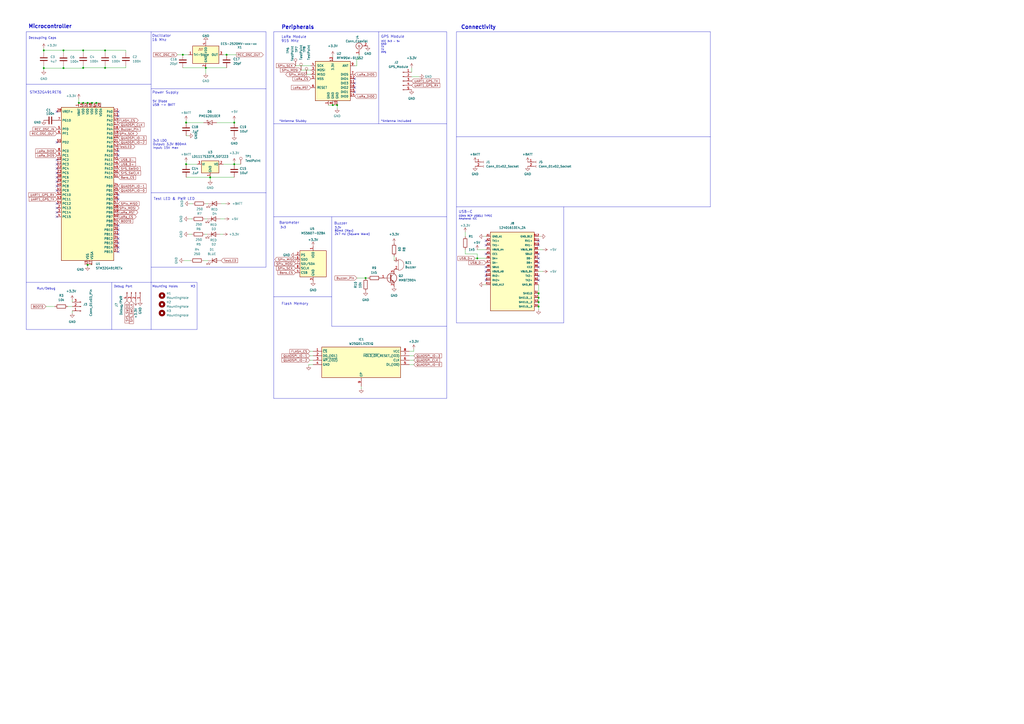
<source format=kicad_sch>
(kicad_sch (version 20250114) (generator "eeschema") (generator_version "9.0")
  (paper "A2")
  (lib_symbols
    (symbol "Connector:Conn_01x02_Socket" (pin_names (offset 1.016) (hide yes))
      (property "Reference" "J" (at 0 2.54 0))
      (property "Value" "Conn_01x02_Socket" (at 0 -5.08 0))
      (symbol "Conn_01x02_Socket_1_1"
        (pin passive line (at -5.08 0 0) (length 3.81) (name "Pin_1") (number "1"))
        (pin passive line (at -5.08 -2.54 0) (length 3.81) (name "Pin_2") (number "2"))
      )
    )
    (symbol "Connector:Conn_01x03_Pin" (pin_names (offset 1.016) (hide yes))
      (property "Reference" "J" (at 0 5.08 0))
      (property "Value" "Conn_01x03_Pin" (at 0 -5.08 0))
      (symbol "Conn_01x03_Pin_1_1"
        (pin passive line (at 5.08 2.54 180) (length 3.81) (name "Pin_1") (number "1"))
        (pin passive line (at 5.08 0 180) (length 3.81) (name "Pin_2") (number "2"))
        (pin passive line (at 5.08 -2.54 180) (length 3.81) (name "Pin_3") (number "3"))
      )
    )
    (symbol "Connector:Conn_01x04_Pin" (pin_names (offset 1.016) (hide yes))
      (property "Reference" "J" (at 0 5.08 0))
      (property "Value" "Conn_01x04_Pin" (at 0 -7.62 0))
      (symbol "Conn_01x04_Pin_1_1"
        (pin passive line (at 5.08 2.54 180) (length 3.81) (name "Pin_1") (number "1"))
        (pin passive line (at 5.08 0 180) (length 3.81) (name "Pin_2") (number "2"))
        (pin passive line (at 5.08 -2.54 180) (length 3.81) (name "Pin_3") (number "3"))
        (pin passive line (at 5.08 -5.08 180) (length 3.81) (name "Pin_4") (number "4"))
      )
    )
    (symbol "Connector:Conn_01x05_Pin" (pin_names (offset 1.016) (hide yes))
      (property "Reference" "J" (at 0 7.62 0))
      (property "Value" "Conn_01x05_Pin" (at 0 -7.62 0))
      (symbol "Conn_01x05_Pin_1_1"
        (pin passive line (at 5.08 5.08 180) (length 3.81) (name "Pin_1") (number "1"))
        (pin passive line (at 5.08 2.54 180) (length 3.81) (name "Pin_2") (number "2"))
        (pin passive line (at 5.08 0 180) (length 3.81) (name "Pin_3") (number "3"))
        (pin passive line (at 5.08 -2.54 180) (length 3.81) (name "Pin_4") (number "4"))
        (pin passive line (at 5.08 -5.08 180) (length 3.81) (name "Pin_5") (number "5"))
      )
    )
    (symbol "Connector:Conn_Coaxial" (pin_names (offset 1.016) (hide yes))
      (property "Reference" "J" (at 0.254 3.048 0))
      (property "Value" "Conn_Coaxial" (at 2.921 0 90))
      (symbol "Conn_Coaxial_1_1"
        (pin passive line (at -5.08 0 0) (length 2.54) (name "In") (number "1"))
        (pin passive line (at 0 -5.08 90) (length 2.54) (name "Ext") (number "2"))
      )
    )
    (symbol "Connector:TestPoint" (pin_numbers (hide yes)) (pin_names (offset 0.762) (hide yes))
      (property "Reference" "TP" (at 0 6.858 0))
      (property "Value" "TestPoint" (at 0 5.08 0))
      (symbol "TestPoint_1_1"
        (pin passive line (at 0 0 90) (length 2.54) (name "1") (number "1"))
      )
    )
    (symbol "Device:Buzzer" (pin_names (offset 0.0254) (hide yes))
      (property "Reference" "BZ" (at 3.81 1.27 0))
      (property "Value" "Buzzer" (at 3.81 -1.27 0))
      (symbol "Buzzer_1_1"
        (pin passive line (at -2.54 2.54 0) (length 2.54) (name "+") (number "1"))
        (pin passive line (at -2.54 -2.54 0) (length 2.54) (name "-") (number "2"))
      )
    )
    (symbol "Device:C" (pin_numbers (hide yes)) (pin_names (offset 0.254))
      (property "Reference" "C" (at 0.635 2.54 0))
      (property "Value" "C" (at 0.635 -2.54 0))
      (symbol "C_1_1"
        (pin passive line (at 0 3.81 270) (length 2.794) (name "~") (number "1"))
        (pin passive line (at 0 -3.81 90) (length 2.794) (name "~") (number "2"))
      )
    )
    (symbol "Device:LED" (pin_numbers (hide yes)) (pin_names (offset 1.016) (hide yes))
      (property "Reference" "D" (at 0 2.54 0))
      (property "Value" "LED" (at 0 -2.54 0))
      (symbol "LED_1_1"
        (pin passive line (at -3.81 0 0) (length 2.54) (name "K") (number "1"))
        (pin passive line (at 3.81 0 180) (length 2.54) (name "A") (number "2"))
      )
    )
    (symbol "Device:R" (pin_numbers (hide yes)) (pin_names (offset 0))
      (property "Reference" "R" (at 2.032 0 90))
      (property "Value" "R" (at 0 0 90))
      (symbol "R_1_1"
        (pin passive line (at 0 3.81 270) (length 1.27) (name "~") (number "1"))
        (pin passive line (at 0 -3.81 90) (length 1.27) (name "~") (number "2"))
      )
    )
    (symbol "Diode:PMEG2010ER" (pin_numbers (hide yes)) (pin_names (hide yes))
      (property "Reference" "D" (at 0 2.54 0))
      (property "Value" "PMEG2010ER" (at 0 -2.54 0))
      (symbol "PMEG2010ER_1_1"
        (pin passive line (at -3.81 0 0) (length 2.54) (name "K") (number "1"))
        (pin passive line (at 3.81 0 180) (length 2.54) (name "A") (number "2"))
      )
    )
    (symbol "MCU_ST_STM32G4:STM32G491RETx"
      (property "Reference" "U" (at -15.24 46.99 0))
      (property "Value" "STM32G491RETx" (at 10.16 46.99 0))
      (symbol "STM32G491RETx_1_1"
        (pin input line (at -17.78 43.18 0) (length 2.54) (name "VREF+") (number "28"))
        (pin bidirectional line (at -17.78 38.1 0) (length 2.54) (name "PG10") (number "7"))
        (pin bidirectional line (at -17.78 33.02 0) (length 2.54) (name "PF0") (number "5"))
        (pin bidirectional line (at -17.78 30.48 0) (length 2.54) (name "PF1") (number "6"))
        (pin bidirectional line (at -17.78 25.4 0) (length 2.54) (name "PD2") (number "55"))
        (pin bidirectional line (at -17.78 20.32 0) (length 2.54) (name "PC0") (number "8"))
        (pin bidirectional line (at -17.78 17.78 0) (length 2.54) (name "PC1") (number "9"))
        (pin bidirectional line (at -17.78 15.24 0) (length 2.54) (name "PC2") (number "10"))
        (pin bidirectional line (at -17.78 12.7 0) (length 2.54) (name "PC3") (number "11"))
        (pin bidirectional line (at -17.78 10.16 0) (length 2.54) (name "PC4") (number "22"))
        (pin bidirectional line (at -17.78 7.62 0) (length 2.54) (name "PC5") (number "23"))
        (pin bidirectional line (at -17.78 5.08 0) (length 2.54) (name "PC6") (number "38"))
        (pin bidirectional line (at -17.78 2.54 0) (length 2.54) (name "PC7") (number "39"))
        (pin bidirectional line (at -17.78 0 0) (length 2.54) (name "PC8") (number "40"))
        (pin bidirectional line (at -17.78 -2.54 0) (length 2.54) (name "PC9") (number "41"))
        (pin bidirectional line (at -17.78 -5.08 0) (length 2.54) (name "PC10") (number "52"))
        (pin bidirectional line (at -17.78 -7.62 0) (length 2.54) (name "PC11") (number "53"))
        (pin bidirectional line (at -17.78 -10.16 0) (length 2.54) (name "PC12") (number "54"))
        (pin bidirectional line (at -17.78 -12.7 0) (length 2.54) (name "PC13") (number "2"))
        (pin bidirectional line (at -17.78 -15.24 0) (length 2.54) (name "PC14") (number "3"))
        (pin bidirectional line (at -17.78 -17.78 0) (length 2.54) (name "PC15") (number "4"))
        (pin power_in line (at -5.08 48.26 270) (length 2.54) (name "VBAT") (number "1"))
        (pin power_in line (at -2.54 48.26 270) (length 2.54) (name "VDD") (number "16"))
        (pin power_in line (at 0 48.26 270) (length 2.54) (name "VDD") (number "32"))
        (pin power_in line (at 0 -45.72 90) (length 2.54) (name "VSS") (number "15"))
        (pin passive line (at 0 -45.72 90) (length 2.54) (hide yes) (name "VSS") (number "31"))
        (pin passive line (at 0 -45.72 90) (length 2.54) (hide yes) (name "VSS") (number "47"))
        (pin passive line (at 0 -45.72 90) (length 2.54) (hide yes) (name "VSS") (number "63"))
        (pin power_in line (at 2.54 48.26 270) (length 2.54) (name "VDD") (number "48"))
        (pin power_in line (at 2.54 -45.72 90) (length 2.54) (name "VSSA") (number "27"))
        (pin power_in line (at 5.08 48.26 270) (length 2.54) (name "VDD") (number "64"))
        (pin power_in line (at 7.62 48.26 270) (length 2.54) (name "VDDA") (number "29"))
        (pin bidirectional line (at 17.78 43.18 180) (length 2.54) (name "PA0") (number "12"))
        (pin bidirectional line (at 17.78 40.64 180) (length 2.54) (name "PA1") (number "13"))
        (pin bidirectional line (at 17.78 38.1 180) (length 2.54) (name "PA2") (number "14"))
        (pin bidirectional line (at 17.78 35.56 180) (length 2.54) (name "PA3") (number "17"))
        (pin bidirectional line (at 17.78 33.02 180) (length 2.54) (name "PA4") (number "18"))
        (pin bidirectional line (at 17.78 30.48 180) (length 2.54) (name "PA5") (number "19"))
        (pin bidirectional line (at 17.78 27.94 180) (length 2.54) (name "PA6") (number "20"))
        (pin bidirectional line (at 17.78 25.4 180) (length 2.54) (name "PA7") (number "21"))
        (pin bidirectional line (at 17.78 22.86 180) (length 2.54) (name "PA8") (number "42"))
        (pin bidirectional line (at 17.78 20.32 180) (length 2.54) (name "PA9") (number "43"))
        (pin bidirectional line (at 17.78 17.78 180) (length 2.54) (name "PA10") (number "44"))
        (pin bidirectional line (at 17.78 15.24 180) (length 2.54) (name "PA11") (number "45"))
        (pin bidirectional line (at 17.78 12.7 180) (length 2.54) (name "PA12") (number "46"))
        (pin bidirectional line (at 17.78 10.16 180) (length 2.54) (name "PA13") (number "49"))
        (pin bidirectional line (at 17.78 7.62 180) (length 2.54) (name "PA14") (number "50"))
        (pin bidirectional line (at 17.78 5.08 180) (length 2.54) (name "PA15") (number "51"))
        (pin bidirectional line (at 17.78 0 180) (length 2.54) (name "PB0") (number "24"))
        (pin bidirectional line (at 17.78 -2.54 180) (length 2.54) (name "PB1") (number "25"))
        (pin bidirectional line (at 17.78 -5.08 180) (length 2.54) (name "PB2") (number "26"))
        (pin bidirectional line (at 17.78 -7.62 180) (length 2.54) (name "PB3") (number "56"))
        (pin bidirectional line (at 17.78 -10.16 180) (length 2.54) (name "PB4") (number "57"))
        (pin bidirectional line (at 17.78 -12.7 180) (length 2.54) (name "PB5") (number "58"))
        (pin bidirectional line (at 17.78 -15.24 180) (length 2.54) (name "PB6") (number "59"))
        (pin bidirectional line (at 17.78 -17.78 180) (length 2.54) (name "PB7") (number "60"))
        (pin bidirectional line (at 17.78 -20.32 180) (length 2.54) (name "PB8") (number "61"))
        (pin bidirectional line (at 17.78 -22.86 180) (length 2.54) (name "PB9") (number "62"))
        (pin bidirectional line (at 17.78 -25.4 180) (length 2.54) (name "PB10") (number "30"))
        (pin bidirectional line (at 17.78 -27.94 180) (length 2.54) (name "PB11") (number "33"))
        (pin bidirectional line (at 17.78 -30.48 180) (length 2.54) (name "PB12") (number "34"))
        (pin bidirectional line (at 17.78 -33.02 180) (length 2.54) (name "PB13") (number "35"))
        (pin bidirectional line (at 17.78 -35.56 180) (length 2.54) (name "PB14") (number "36"))
        (pin bidirectional line (at 17.78 -38.1 180) (length 2.54) (name "PB15") (number "37"))
      )
    )
    (symbol "Mechanical:MountingHole" (pin_names (offset 1.016))
      (property "Reference" "H" (at 0 5.08 0))
      (property "Value" "MountingHole" (at 0 3.175 0))
    )
    (symbol "Oscillator:ECS-2520MV-xxx-xx"
      (property "Reference" "X" (at -5.08 6.35 0))
      (property "Value" "ECS-2520MV-xxx-xx" (at 1.27 -6.35 0))
      (symbol "ECS-2520MV-xxx-xx_1_1"
        (pin input line (at -10.16 0 0) (length 2.54) (name "Tri-State") (number "1"))
        (pin power_in line (at 0 7.62 270) (length 2.54) (name "VDD") (number "4"))
        (pin power_in line (at 0 -7.62 90) (length 2.54) (name "GND") (number "2"))
        (pin output line (at 10.16 0 180) (length 2.54) (name "OUT") (number "3"))
      )
    )
    (symbol "RF_Module:RFM95W-915S2" (pin_names (offset 1.016))
      (property "Reference" "U" (at -10.414 11.684 0))
      (property "Value" "RFM95W-915S2" (at 1.524 11.43 0))
      (symbol "RFM95W-915S2_1_1"
        (pin input line (at -12.7 7.62 0) (length 2.54) (name "SCK") (number "4"))
        (pin input line (at -12.7 5.08 0) (length 2.54) (name "MOSI") (number "3"))
        (pin output line (at -12.7 2.54 0) (length 2.54) (name "MISO") (number "2"))
        (pin input line (at -12.7 0 0) (length 2.54) (name "NSS") (number "5"))
        (pin bidirectional line (at -12.7 -5.08 0) (length 2.54) (name "RESET") (number "6"))
        (pin power_in line (at -2.54 -15.24 90) (length 2.54) (name "GND") (number "1"))
        (pin power_in line (at 0 12.7 270) (length 2.54) (name "3.3V") (number "13"))
        (pin power_in line (at 0 -15.24 90) (length 2.54) (name "GND") (number "8"))
        (pin power_in line (at 2.54 -15.24 90) (length 2.54) (name "GND") (number "10"))
        (pin bidirectional line (at 12.7 7.62 180) (length 2.54) (name "ANT") (number "9"))
        (pin bidirectional line (at 12.7 2.54 180) (length 2.54) (name "DIO5") (number "7"))
        (pin bidirectional line (at 12.7 0 180) (length 2.54) (name "DIO4") (number "12"))
        (pin bidirectional line (at 12.7 -2.54 180) (length 2.54) (name "DIO3") (number "11"))
        (pin bidirectional line (at 12.7 -5.08 180) (length 2.54) (name "DIO2") (number "16"))
        (pin bidirectional line (at 12.7 -7.62 180) (length 2.54) (name "DIO1") (number "15"))
        (pin bidirectional line (at 12.7 -10.16 180) (length 2.54) (name "DIO0") (number "14"))
      )
    )
    (symbol "Regulator_Linear:LD1117S33TR_SOT223" (pin_names (offset 0.254))
      (property "Reference" "U" (at -3.81 3.175 0))
      (property "Value" "LD1117S33TR_SOT223" (at 0 3.175 0))
      (symbol "LD1117S33TR_SOT223_1_1"
        (pin power_in line (at -7.62 0 0) (length 2.54) (name "VI") (number "3"))
        (pin power_in line (at 0 -7.62 90) (length 2.54) (name "GND") (number "1"))
        (pin power_out line (at 7.62 0 180) (length 2.54) (name "VO") (number "2"))
      )
    )
    (symbol "Sensor_Pressure:MS5607-02BA"
      (property "Reference" "U" (at -6.35 8.89 0))
      (property "Value" "MS5607-02BA" (at 7.62 8.89 0))
      (symbol "MS5607-02BA_1_1"
        (pin input line (at -10.16 5.08 0) (length 2.54) (name "PS") (number "2"))
        (pin output line (at -10.16 2.54 0) (length 2.54) (name "SDO") (number "6"))
        (pin bidirectional line (at -10.16 0 0) (length 2.54) (name "SDI/SDA") (number "7"))
        (pin input line (at -10.16 -2.54 0) (length 2.54) (name "SCLK") (number "8"))
        (pin input line (at -10.16 -5.08 0) (length 2.54) (name "CSB") (number "4"))
        (pin input line (at -10.16 -5.08 0) (length 2.54) (hide yes) (name "CSB") (number "5"))
        (pin power_in line (at 0 10.16 270) (length 2.54) (name "VDD") (number "1"))
        (pin power_in line (at 0 -10.16 90) (length 2.54) (name "GND") (number "3"))
      )
    )
    (symbol "Transistor_BJT:MMBT3904" (pin_names (offset 0) (hide yes))
      (property "Reference" "Q" (at 5.08 1.905 0))
      (property "Value" "MMBT3904" (at 5.08 0 0))
      (symbol "MMBT3904_1_1"
        (pin input line (at -5.08 0 0) (length 2.54) (name "B") (number "1"))
        (pin passive line (at 2.54 5.08 270) (length 2.54) (name "C") (number "3"))
        (pin passive line (at 2.54 -5.08 90) (length 2.54) (name "E") (number "2"))
      )
    )
    (symbol "USB_C_Hori_3:12401610E4_2A" (pin_names (offset 1.016))
      (property "Reference" "J" (at -12.7123 18.3032 0))
      (property "Value" "12401610E4_2A" (at -12.7189 -30.5102 0))
      (symbol "12401610E4_2A_0_0"
        (pin passive line (at -15.24 15.24 0) (length 2.54) (name "GND_A1") (number "A1"))
        (pin passive line (at -15.24 12.7 0) (length 2.54) (name "TX1+") (number "A2"))
        (pin passive line (at -15.24 10.16 0) (length 2.54) (name "TX1-") (number "A3"))
        (pin passive line (at -15.24 7.62 0) (length 2.54) (name "VBUS_A4") (number "A4"))
        (pin passive line (at -15.24 5.08 0) (length 2.54) (name "CC1") (number "A5"))
        (pin passive line (at -15.24 2.54 0) (length 2.54) (name "DA+") (number "A6"))
        (pin passive line (at -15.24 0 0) (length 2.54) (name "DA-") (number "A7"))
        (pin passive line (at -15.24 -2.54 0) (length 2.54) (name "SBU1") (number "A8"))
        (pin passive line (at -15.24 -5.08 0) (length 2.54) (name "VBUS_A9") (number "A9"))
        (pin passive line (at -15.24 -7.62 0) (length 2.54) (name "RX2-") (number "A10"))
        (pin passive line (at -15.24 -10.16 0) (length 2.54) (name "RX2+") (number "A11"))
        (pin passive line (at -15.24 -12.7 0) (length 2.54) (name "GND_A12") (number "A12"))
        (pin passive line (at 15.24 15.24 180) (length 2.54) (name "GND_B12") (number "B12"))
        (pin passive line (at 15.24 12.7 180) (length 2.54) (name "RX1+") (number "B11"))
        (pin passive line (at 15.24 10.16 180) (length 2.54) (name "RX1-") (number "B10"))
        (pin passive line (at 15.24 7.62 180) (length 2.54) (name "VBUS_B9") (number "B9"))
        (pin passive line (at 15.24 5.08 180) (length 2.54) (name "SBU2") (number "B8"))
        (pin passive line (at 15.24 2.54 180) (length 2.54) (name "DB-") (number "B7"))
        (pin passive line (at 15.24 0 180) (length 2.54) (name "DB+") (number "B6"))
        (pin passive line (at 15.24 -2.54 180) (length 2.54) (name "CC2") (number "B5"))
        (pin passive line (at 15.24 -5.08 180) (length 2.54) (name "VBUS_B4") (number "B4"))
        (pin passive line (at 15.24 -7.62 180) (length 2.54) (name "TX2-") (number "B3"))
        (pin passive line (at 15.24 -10.16 180) (length 2.54) (name "TX2+") (number "B2"))
        (pin passive line (at 15.24 -12.7 180) (length 2.54) (name "GND_B1") (number "B1"))
        (pin passive line (at 15.24 -17.78 180) (length 2.54) (name "SHIELD") (number "S1"))
        (pin passive line (at 15.24 -20.32 180) (length 2.54) (name "SHIELD__1") (number "S2"))
        (pin passive line (at 15.24 -22.86 180) (length 2.54) (name "SHIELD__2") (number "S3"))
        (pin passive line (at 15.24 -25.4 180) (length 2.54) (name "SHIELD__3") (number "S4"))
      )
    )
    (symbol "W25Q01JVZEIQ:W25Q01JVZEIQ"
      (property "Reference" "IC" (at 52.07 7.62 0))
      (property "Value" "W25Q01JVZEIQ" (at 52.07 5.08 0))
      (symbol "W25Q01JVZEIQ_1_1"
        (pin passive line (at 0 0 0) (length 5.08) (name "~{CS}") (number "1"))
        (pin passive line (at 0 -2.54 0) (length 5.08) (name "DO_(IO1)") (number "2"))
        (pin passive line (at 0 -5.08 0) (length 5.08) (name "~{WP_(IO2)}") (number "3"))
        (pin passive line (at 0 -7.62 0) (length 5.08) (name "GND") (number "4"))
        (pin passive line (at 27.94 -20.32 90) (length 5.08) (name "EP") (number "9"))
        (pin passive line (at 55.88 0 180) (length 5.08) (name "VCC") (number "8"))
        (pin passive line (at 55.88 -2.54 180) (length 5.08) (name "~{HOLD_OR_}RESET_(IO3)") (number "7"))
        (pin passive line (at 55.88 -5.08 180) (length 5.08) (name "CLK") (number "6"))
        (pin passive line (at 55.88 -7.62 180) (length 5.08) (name "DI_(IO0)") (number "5"))
      )
    )
    (symbol "power:+3.3V" (power) (pin_names (offset 0))
      (property "Value" "+3.3V" (at 0 3.556 0))
      (symbol "+3.3V_1_1"
        (pin power_in line (at 0 0 90) (length 0) (hide yes) (name "+3.3V") (number "1"))
      )
    )
    (symbol "power:+5V" (power) (pin_numbers (hide yes)) (pin_names (offset 0) (hide yes))
      (property "Value" "+5V" (at 0 3.556 0))
      (symbol "+5V_1_1"
        (pin power_in line (at 0 0 90) (length 0) (name "~") (number "1"))
      )
    )
    (symbol "power:+BATT" (power) (pin_names (offset 0))
      (property "Value" "+BATT" (at 0 3.556 0))
      (symbol "+BATT_1_1"
        (pin power_in line (at 0 0 90) (length 0) (hide yes) (name "+BATT") (number "1"))
      )
    )
    (symbol "power:GND" (power) (pin_names (offset 0))
      (property "Value" "GND" (at 0 -3.81 0))
      (symbol "GND_1_1"
        (pin power_in line (at 0 0 270) (length 0) (hide yes) (name "GND") (number "1"))
      )
    )
  )
  (text "Mounting Holes" (at 88.265 167.005 0) (effects (font (size 1.27 1.27)) (justify left bottom)))
  (text "Flash Memory\n" (at 163.195 177.165 0) (effects (font (size 1.5 1.5)) (justify left bottom)))
  (text "LoRa Module\n915 MHz" (at 163.195 24.765 0) (effects (font (size 1.5 1.5)) (justify left bottom)))
  (text "Connectivity" (at 267.335 17.145 0) (effects (font (size 2.2 2.2) (thickness 0.4) (bold yes)) (justify left bottom)))
  (text "Buzzer" (at 193.802 130.556 0) (effects (font (size 1.5 1.5)) (justify left bottom)))
  (text "3v3 LDO\nOutput: 3.3V 800mA\nInput: 15V max\n" (at 88.646 86.614 0) (effects (font (size 1.27 1.27)) (justify left bottom)))
  (text "M3" (at 110.49 167.005 0) (effects (font (size 1.25 1.25)) (justify left bottom)))
  (text "Power Supply" (at 88.265 54.61 0) (effects (font (size 1.5 1.5)) (justify left bottom)))
  (text "GPS Module\n" (at 220.98 22.225 0) (effects (font (size 1.5 1.5)) (justify left bottom)))
  (text "Decoupling Caps \n" (at 16.51 22.86 0) (effects (font (size 1.27 1.27)) (justify left bottom)))
  (text "Run/Debug" (at 21.336 168.275 0) (effects (font (size 1.27 1.27)) (justify left bottom)))
  (text "*Antenna Stubby" (at 161.925 71.12 0) (effects (font (size 1.27 1.27)) (justify left bottom)))
  (text "STM32G491RET6" (at 17.145 54.61 0) (effects (font (size 1.5 1.5)) (justify left bottom)))
  (text "Test LED & PWR LED" (at 89.027 116.332 0) (effects (font (size 1.5 1.5)) (justify left bottom)))
  (text "Debug Port" (at 66.04 167.005 0) (effects (font (size 1.25 1.25)) (justify left bottom)))
  (text "*Antenna Included" (at 220.98 71.12 0) (effects (font (size 1.27 1.27)) (justify left bottom)))
  (text "5V Diode\nUSB -> BATT\n" (at 88.392 61.722 0) (effects (font (size 1.27 1.27)) (justify left bottom)))
  (text "Oscillator\n16 Mhz" (at 88.138 24.13 0) (effects (font (size 1.5 1.5)) (justify left bottom)))
  (text "Peripherals" (at 163.195 17.145 0) (effects (font (size 2.2 2.2) (thickness 0.4) (bold yes)) (justify left bottom)))
  (text "3v3" (at 162.56 132.715 0) (effects (font (size 1.2 1.2)) (justify left bottom)))
  (text "CONN RCP USB3.1 TYPEC\nAmphenol ICC\n" (at 266.065 127.635 0) (effects (font (size 1 1)) (justify left bottom)))
  (text "USB-C\n" (at 266.065 123.825 0) (effects (font (size 1.5 1.5)) (justify left bottom)))
  (text "VCC 3v3 - 5v\nGND\nTX\nTX\nPPS" (at 220.98 31.115 0) (effects (font (size 1 1)) (justify left bottom)))
  (text "3.3v\n80mA (Max)\n2k7 Hz (Square Wave)\n" (at 194.056 136.652 0) (effects (font (size 1.2 1.2)) (justify left bottom)))
  (text "Microcontroller" (at 16.4084 16.6624 0) (effects (font (size 2.2 2.2) (thickness 0.4) (bold yes)) (justify left bottom)))
  (text "Barometer\n" (at 161.925 130.175 0) (effects (font (size 1.5 1.5)) (justify left bottom)))
  (junction (at 312.42 172.72))
  (junction (at 195.58 60.96))
  (junction (at 25.4 29.21))
  (junction (at 135.89 71.12))
  (junction (at 48.26 59.69))
  (junction (at 107.95 95.25))
  (junction (at 53.34 59.69))
  (junction (at 48.26 39.37))
  (junction (at 50.8 59.69))
  (junction (at 106.045 31.75))
  (junction (at 193.04 60.96))
  (junction (at 36.83 39.497))
  (junction (at 312.42 177.8))
  (junction (at 107.95 71.12))
  (junction (at 55.88 59.69))
  (junction (at 131.445 31.75))
  (junction (at 212.09 161.29))
  (junction (at 48.26 29.21))
  (junction (at 25.4 39.497))
  (junction (at 36.83 29.21))
  (junction (at 60.96 29.21))
  (junction (at 312.42 175.26))
  (junction (at 60.96 39.37))
  (junction (at 50.8 153.67))
  (junction (at 45.72 59.69))
  (junction (at 276.86 149.86))
  (junction (at 312.42 170.18))
  (junction (at 121.92 102.87))
  (junction (at 119.38 39.37))
  (junction (at 135.89 95.25))
  (no_connect (at 281.94 147.32))
  (no_connect (at 281.94 160.02))
  (no_connect (at 68.58 87.63))
  (no_connect (at 312.42 162.56))
  (no_connect (at 68.58 115.57))
  (no_connect (at 68.58 67.31))
  (no_connect (at 205.74 50.8))
  (no_connect (at 33.02 64.77))
  (no_connect (at 68.58 133.35))
  (no_connect (at 33.02 123.19))
  (no_connect (at 33.02 107.95))
  (no_connect (at 205.74 45.72))
  (no_connect (at 312.42 149.86))
  (no_connect (at 33.02 95.25))
  (no_connect (at 205.74 48.26))
  (no_connect (at 33.02 102.87))
  (no_connect (at 68.58 113.03))
  (no_connect (at 281.94 142.24))
  (no_connect (at 68.58 146.05))
  (no_connect (at 281.94 157.48))
  (no_connect (at 33.02 120.65))
  (no_connect (at 33.02 118.11))
  (no_connect (at 312.42 154.94))
  (no_connect (at 33.02 110.49))
  (no_connect (at 281.94 154.94))
  (no_connect (at 33.02 92.71))
  (no_connect (at 68.58 138.43))
  (no_connect (at 33.02 105.41))
  (no_connect (at 312.42 152.4))
  (no_connect (at 312.42 142.24))
  (no_connect (at 33.02 100.33))
  (no_connect (at 312.42 147.32))
  (no_connect (at 205.74 53.34))
  (no_connect (at 68.58 140.97))
  (no_connect (at 68.58 90.17))
  (no_connect (at 312.42 160.02))
  (no_connect (at 312.42 139.7))
  (no_connect (at 33.02 125.73))
  (no_connect (at 68.58 130.81))
  (no_connect (at 33.02 82.55))
  (no_connect (at 281.94 139.7))
  (no_connect (at 68.58 143.51))
  (no_connect (at 68.58 64.77))
  (no_connect (at 33.02 97.79))
  (no_connect (at 68.58 135.89))
  (no_connect (at 281.94 162.56))
  (wire (pts (xy 127.762 127) (xy 130.302 127)))
  (wire (pts (xy 314.96 157.48) (xy 312.42 157.48)))
  (wire (pts (xy 207.01 161.29) (xy 212.09 161.29)))
  (wire (pts (xy 25.4 38.1) (xy 25.4 39.497)))
  (wire (pts (xy 179.705 208.915) (xy 181.61 208.915)))
  (wire (pts (xy 48.26 39.37) (xy 60.96 39.37)))
  (wire (pts (xy 48.26 59.69) (xy 50.8 59.69)))
  (wire (pts (xy 209.55 224.155) (xy 209.55 225.425)))
  (polyline (pts (xy 264.795 18.415) (xy 264.795 79.375)))
  (polyline (pts (xy 264.795 120.015) (xy 412.115 120.015)))
  (wire (pts (xy 48.26 29.21) (xy 60.96 29.21)))
  (polyline (pts (xy 259.08 231.14) (xy 158.75 231.14)))
  (wire (pts (xy 135.89 69.85) (xy 135.89 71.12)))
  (wire (pts (xy 39.37 177.8) (xy 41.91 177.8)))
  (polyline (pts (xy 264.795 120.015) (xy 264.795 187.325)))
  (wire (pts (xy 53.34 59.69) (xy 55.88 59.69)))
  (wire (pts (xy 179.07 211.455) (xy 179.07 212.09)))
  (wire (pts (xy 121.92 102.87) (xy 121.92 104.4956)))
  (polyline (pts (xy 87.63 18.415) (xy 87.63 163.83)))
  (wire (pts (xy 313.69 137.16) (xy 312.42 137.16)))
  (polyline (pts (xy 87.63 111.76) (xy 154.305 111.76)))
  (polyline (pts (xy 259.08 18.415) (xy 259.08 71.755)))
  (polyline (pts (xy 158.75 125.73) (xy 259.08 125.73)))
  (wire (pts (xy 177.8 43.18) (xy 180.34 43.18)))
  (wire (pts (xy 179.705 203.835) (xy 181.61 203.835)))
  (wire (pts (xy 190.5 60.96) (xy 193.04 60.96)))
  (wire (pts (xy 36.83 39.497) (xy 48.26 39.497)))
  (wire (pts (xy 135.89 94.4626) (xy 135.89 95.25)))
  (wire (pts (xy 243.205 44.45) (xy 238.76 44.45)))
  (wire (pts (xy 129.3876 135.89) (xy 127.762 135.89)))
  (wire (pts (xy 195.58 62.865) (xy 195.58 60.96)))
  (polyline (pts (xy 158.75 231.14) (xy 158.75 172.085)))
  (wire (pts (xy 25.4 40.64) (xy 25.4 39.497)))
  (wire (pts (xy 50.8 154.305) (xy 50.8 153.67)))
  (polyline (pts (xy 219.71 18.415) (xy 259.08 18.415)))
  (wire (pts (xy 276.86 144.78) (xy 281.94 144.78)))
  (wire (pts (xy 48.26 38.1) (xy 48.26 39.37)))
  (wire (pts (xy 109.22 78.74) (xy 107.95 78.74)))
  (wire (pts (xy 60.96 29.21) (xy 60.96 30.48)))
  (wire (pts (xy 276.86 147.32) (xy 276.86 149.86)))
  (wire (pts (xy 110.49 151.13) (xy 106.68 151.13)))
  (polyline (pts (xy 219.71 71.755) (xy 158.75 71.755)))
  (wire (pts (xy 240.03 203.835) (xy 237.49 203.835)))
  (wire (pts (xy 48.26 29.21) (xy 48.26 30.48)))
  (polyline (pts (xy 412.115 79.375) (xy 264.795 79.375)))
  (polyline (pts (xy 259.08 189.23) (xy 259.08 231.14)))
  (wire (pts (xy 107.95 95.25) (xy 114.3 95.25)))
  (wire (pts (xy 109.474 135.89) (xy 111.252 135.89)))
  (wire (pts (xy 312.42 165.1) (xy 312.42 170.18)))
  (polyline (pts (xy 154.305 51.435) (xy 87.63 51.435)))
  (wire (pts (xy 208.28 31.75) (xy 208.28 34.29)))
  (wire (pts (xy 45.72 57.15) (xy 45.72 59.69)))
  (polyline (pts (xy 259.08 71.755) (xy 219.71 71.755)))
  (polyline (pts (xy 114.3 191.135) (xy 114.3 163.83)))
  (polyline (pts (xy 192.405 172.085) (xy 192.405 125.73)))
  (polyline (pts (xy 87.63 163.83) (xy 87.63 191.135)))
  (wire (pts (xy 60.96 39.37) (xy 73.025 39.37)))
  (wire (pts (xy 102.87 31.75) (xy 106.045 31.75)))
  (wire (pts (xy 312.42 170.18) (xy 312.42 172.72)))
  (wire (pts (xy 228.6 148.59) (xy 228.6 151.13)))
  (wire (pts (xy 193.04 60.96) (xy 195.58 60.96)))
  (polyline (pts (xy 15.24 18.415) (xy 87.63 18.415)))
  (wire (pts (xy 106.045 31.75) (xy 109.22 31.75)))
  (polyline (pts (xy 87.63 163.83) (xy 15.24 163.83)))
  (wire (pts (xy 312.42 172.72) (xy 312.42 175.26)))
  (wire (pts (xy 25.4 27.94) (xy 25.4 29.21)))
  (wire (pts (xy 179.705 206.375) (xy 181.61 206.375)))
  (wire (pts (xy 207.01 38.1) (xy 205.74 38.1)))
  (wire (pts (xy 237.49 208.915) (xy 240.03 208.915)))
  (wire (pts (xy 312.42 175.26) (xy 312.42 177.8)))
  (wire (pts (xy 238.76 39.37) (xy 238.76 41.91)))
  (polyline (pts (xy 327.025 187.325) (xy 327.025 120.015)))
  (wire (pts (xy 135.89 95.25) (xy 139.7 95.25)))
  (wire (pts (xy 119.38 39.37) (xy 131.445 39.37)))
  (wire (pts (xy 128.27 118.11) (xy 130.81 118.11)))
  (polyline (pts (xy 259.08 125.73) (xy 259.08 189.23)))
  (wire (pts (xy 36.83 29.21) (xy 36.83 30.607)))
  (wire (pts (xy 314.96 144.78) (xy 312.42 144.78)))
  (polyline (pts (xy 158.75 71.755) (xy 158.75 125.73)))
  (polyline (pts (xy 87.63 18.415) (xy 154.305 18.415)))
  (wire (pts (xy 26.67 177.8) (xy 31.75 177.8)))
  (polyline (pts (xy 154.305 18.415) (xy 154.305 51.435)))
  (wire (pts (xy 118.872 127) (xy 120.142 127)))
  (wire (pts (xy 55.88 59.69) (xy 58.42 59.69)))
  (wire (pts (xy 60.96 29.21) (xy 73.025 29.21)))
  (wire (pts (xy 237.49 211.455) (xy 240.03 211.455)))
  (polyline (pts (xy 15.24 18.415) (xy 15.24 163.83)))
  (wire (pts (xy 269.875 147.32) (xy 276.86 147.32)))
  (polyline (pts (xy 158.75 71.755) (xy 158.75 18.415)))
  (wire (pts (xy 269.875 134.62) (xy 269.875 137.16)))
  (polyline (pts (xy 158.75 125.73) (xy 158.75 172.085)))
  (polyline (pts (xy 114.3 163.83) (xy 87.63 163.83)))
  (wire (pts (xy 269.875 144.78) (xy 269.875 147.32)))
  (wire (pts (xy 118.11 151.13) (xy 120.65 151.13)))
  (wire (pts (xy 276.86 149.86) (xy 281.94 149.86)))
  (polyline (pts (xy 192.405 189.23) (xy 192.405 172.085)))
  (wire (pts (xy 41.91 173.99) (xy 41.91 175.26)))
  (wire (pts (xy 107.95 71.12) (xy 107.95 69.85)))
  (wire (pts (xy 118.872 135.89) (xy 120.142 135.89)))
  (wire (pts (xy 109.474 127) (xy 111.252 127)))
  (polyline (pts (xy 412.115 120.015) (xy 412.115 79.375)))
  (polyline (pts (xy 259.08 189.23) (xy 192.405 189.23)))
  (polyline (pts (xy 158.75 18.415) (xy 219.71 18.415)))
  (wire (pts (xy 73.025 29.21) (xy 73.025 30.48)))
  (polyline (pts (xy 154.305 111.76) (xy 154.305 51.435)))
  (wire (pts (xy 109.982 118.11) (xy 111.76 118.11)))
  (wire (pts (xy 280.67 165.1) (xy 281.94 165.1)))
  (wire (pts (xy 45.72 59.69) (xy 48.26 59.69)))
  (wire (pts (xy 41.91 181.61) (xy 41.91 180.34)))
  (wire (pts (xy 106.045 39.37) (xy 119.38 39.37)))
  (wire (pts (xy 275.59 149.86) (xy 276.86 149.86)))
  (wire (pts (xy 50.8 153.67) (xy 53.34 153.67)))
  (polyline (pts (xy 15.24 163.83) (xy 15.24 191.135)))
  (polyline (pts (xy 219.71 18.415) (xy 219.71 71.755)))
  (wire (pts (xy 25.4 29.21) (xy 36.83 29.21)))
  (wire (pts (xy 107.95 71.12) (xy 118.11 71.12)))
  (polyline (pts (xy 264.795 79.375) (xy 264.795 120.015)))
  (wire (pts (xy 36.83 29.21) (xy 48.26 29.21)))
  (wire (pts (xy 73.025 39.37) (xy 73.025 38.1)))
  (wire (pts (xy 237.49 206.375) (xy 240.03 206.375)))
  (polyline (pts (xy 87.63 191.135) (xy 114.3 191.135)))
  (polyline (pts (xy 87.63 191.135) (xy 64.77 191.135)))
  (wire (pts (xy 119.38 42.545) (xy 119.38 39.37)))
  (polyline (pts (xy 412.115 18.415) (xy 412.115 79.375)))
  (polyline (pts (xy 64.77 191.135) (xy 64.77 163.83)))
  (wire (pts (xy 119.38 118.11) (xy 120.65 118.11)))
  (polyline (pts (xy 158.75 172.085) (xy 192.405 172.085)))
  (wire (pts (xy 36.83 38.227) (xy 36.83 39.497)))
  (wire (pts (xy 212.09 161.29) (xy 213.36 161.29)))
  (wire (pts (xy 121.92 102.87) (xy 135.89 102.87)))
  (wire (pts (xy 193.04 32.385) (xy 193.04 33.02)))
  (wire (pts (xy 25.4 30.48) (xy 25.4 29.21)))
  (polyline (pts (xy 259.08 125.73) (xy 259.08 71.755)))
  (wire (pts (xy 137.16 31.75) (xy 131.445 31.75)))
  (polyline (pts (xy 264.795 18.415) (xy 412.115 18.415)))
  (wire (pts (xy 207.01 34.29) (xy 207.01 38.1)))
  (wire (pts (xy 174.625 40.64) (xy 180.34 40.64)))
  (wire (pts (xy 240.03 202.565) (xy 240.03 203.835)))
  (wire (pts (xy 107.95 95.25) (xy 107.95 93.98)))
  (wire (pts (xy 131.445 31.75) (xy 129.54 31.75)))
  (polyline (pts (xy 154.305 111.76) (xy 154.305 154.94)))
  (wire (pts (xy 208.28 34.29) (xy 207.01 34.29)))
  (polyline (pts (xy 15.24 191.135) (xy 64.77 191.135)))
  (polyline (pts (xy 154.305 154.94) (xy 87.63 154.94)))
  (wire (pts (xy 280.67 137.16) (xy 281.94 137.16)))
  (wire (pts (xy 25.4 39.497) (xy 36.83 39.497)))
  (polyline (pts (xy 15.24 48.895) (xy 87.63 48.895)))
  (wire (pts (xy 107.95 102.87) (xy 121.92 102.87)))
  (wire (pts (xy 181.61 211.455) (xy 179.07 211.455)))
  (wire (pts (xy 312.42 179.705) (xy 312.42 177.8)))
  (wire (pts (xy 125.73 71.12) (xy 135.89 71.12)))
  (wire (pts (xy 48.26 39.497) (xy 48.26 39.37)))
  (wire (pts (xy 50.8 59.69) (xy 53.34 59.69)))
  (wire (pts (xy 171.45 38.1) (xy 180.34 38.1)))
  (wire (pts (xy 129.54 95.25) (xy 135.89 95.25)))
  (polyline (pts (xy 264.795 187.325) (xy 327.025 187.325)))
  (wire (pts (xy 60.96 38.1) (xy 60.96 39.37)))
  (global_label "SPIx_SCK" (shape input) (at 171.45 155.575 180) (property "Intersheetrefs" "${INTERSHEET_REFS}" (effects (hide yes))))
  (global_label "LoRa_CS" (shape input) (at 180.34 45.72 180) (property "Intersheetrefs" "${INTERSHEET_REFS}" (effects (hide yes))))
  (global_label "UART1_GPS_TX" (shape input) (at 238.76 46.99 0) (property "Intersheetrefs" "${INTERSHEET_REFS}" (effects (hide yes))))
  (global_label "BOOT0" (shape input) (at 26.67 177.8 180) (property "Intersheetrefs" "${INTERSHEET_REFS}" (effects (hide yes))))
  (global_label "UART1_GPS_TX" (shape input) (at 33.02 115.57 180) (property "Intersheetrefs" "${INTERSHEET_REFS}" (effects (hide yes))))
  (global_label "SPIx_MOSI" (shape input) (at 174.625 40.64 180) (property "Intersheetrefs" "${INTERSHEET_REFS}" (effects (hide yes))))
  (global_label "SPIx_MOSI" (shape output) (at 68.58 120.65 0) (property "Intersheetrefs" "${INTERSHEET_REFS}" (effects (hide yes))))
  (global_label "Buzzer_Pin" (shape input) (at 207.01 161.29 180) (property "Intersheetrefs" "${INTERSHEET_REFS}" (effects (hide yes))))
  (global_label "LoRa_CS" (shape output) (at 68.58 125.73 0) (property "Intersheetrefs" "${INTERSHEET_REFS}" (effects (hide yes))))
  (global_label "SPIx_MOSI" (shape input) (at 171.45 153.035 180) (property "Intersheetrefs" "${INTERSHEET_REFS}" (effects (hide yes))))
  (global_label "BOOT0" (shape input) (at 68.58 128.27 0) (property "Intersheetrefs" "${INTERSHEET_REFS}" (effects (hide yes))))
  (global_label "USB_D+" (shape input) (at 275.59 149.86 180) (property "Intersheetrefs" "${INTERSHEET_REFS}" (effects (hide yes))))
  (global_label "SPIx_SCK" (shape output) (at 68.58 77.47 0) (property "Intersheetrefs" "${INTERSHEET_REFS}" (effects (hide yes))))
  (global_label "SPIx_MISO" (shape output) (at 171.45 150.495 180) (property "Intersheetrefs" "${INTERSHEET_REFS}" (effects (hide yes))))
  (global_label "RCC_OSC_IN" (shape input) (at 33.02 74.93 180) (property "Intersheetrefs" "${INTERSHEET_REFS}" (effects (hide yes))))
  (global_label "QUADSPI_IO-3" (shape input) (at 68.58 80.01 0) (property "Intersheetrefs" "${INTERSHEET_REFS}" (effects (hide yes))))
  (global_label "SYS_SWDIO" (shape input) (at 73.66 174.625 270) (property "Intersheetrefs" "${INTERSHEET_REFS}" (effects (hide yes))))
  (global_label "USB_D-" (shape input) (at 68.58 92.71 0) (property "Intersheetrefs" "${INTERSHEET_REFS}" (effects (hide yes))))
  (global_label "SYS_SWDIO" (shape input) (at 68.58 97.79 0) (property "Intersheetrefs" "${INTERSHEET_REFS}" (effects (hide yes))))
  (global_label "QUADSPI_IO-3" (shape input) (at 240.03 206.375 0) (property "Intersheetrefs" "${INTERSHEET_REFS}" (effects (hide yes))))
  (global_label "LoRa_DIO0" (shape input) (at 33.02 87.63 180) (property "Intersheetrefs" "${INTERSHEET_REFS}" (effects (hide yes))))
  (global_label "FLASH_CS" (shape output) (at 68.58 69.85 0) (property "Intersheetrefs" "${INTERSHEET_REFS}" (effects (hide yes))))
  (global_label "SYS_SWCLK" (shape input) (at 76.2 174.625 270) (property "Intersheetrefs" "${INTERSHEET_REFS}" (effects (hide yes))))
  (global_label "SPIx_MISO" (shape output) (at 177.8 43.18 180) (property "Intersheetrefs" "${INTERSHEET_REFS}" (effects (hide yes))))
  (global_label "USB_D-" (shape input) (at 281.94 152.4 180) (property "Intersheetrefs" "${INTERSHEET_REFS}" (effects (hide yes))))
  (global_label "TestLED" (shape output) (at 68.58 85.09 0) (property "Intersheetrefs" "${INTERSHEET_REFS}" (effects (hide yes))))
  (global_label "QUADSPI_IO-0" (shape input) (at 240.03 211.455 0) (property "Intersheetrefs" "${INTERSHEET_REFS}" (effects (hide yes))))
  (global_label "SYS_SWCLK" (shape input) (at 68.58 100.33 0) (property "Intersheetrefs" "${INTERSHEET_REFS}" (effects (hide yes))))
  (global_label "LoRa_RST" (shape input) (at 180.34 50.8 180) (property "Intersheetrefs" "${INTERSHEET_REFS}" (effects (hide yes))))
  (global_label "UART1_GPS_RX" (shape input) (at 238.76 49.53 0) (property "Intersheetrefs" "${INTERSHEET_REFS}" (effects (hide yes))))
  (global_label "RCC_OSC_OUT" (shape input) (at 33.02 77.47 180) (property "Intersheetrefs" "${INTERSHEET_REFS}" (effects (hide yes))))
  (global_label "QUADSPI_IO-0" (shape input) (at 68.58 110.49 0) (property "Intersheetrefs" "${INTERSHEET_REFS}" (effects (hide yes))))
  (global_label "LoRa_DIO5" (shape input) (at 33.02 90.17 180) (property "Intersheetrefs" "${INTERSHEET_REFS}" (effects (hide yes))))
  (global_label "FLASH_CS" (shape input) (at 179.705 203.835 180) (property "Intersheetrefs" "${INTERSHEET_REFS}" (effects (hide yes))))
  (global_label "SPIx_SCK" (shape input) (at 171.45 38.1 180) (property "Intersheetrefs" "${INTERSHEET_REFS}" (effects (hide yes))))
  (global_label "LoRa_DIO0" (shape input) (at 205.74 55.88 0) (property "Intersheetrefs" "${INTERSHEET_REFS}" (effects (hide yes))))
  (global_label "LoRa_RST" (shape output) (at 68.58 123.19 0) (property "Intersheetrefs" "${INTERSHEET_REFS}" (effects (hide yes))))
  (global_label "QUADSPI_IO-2" (shape input) (at 179.705 208.915 180) (property "Intersheetrefs" "${INTERSHEET_REFS}" (effects (hide yes))))
  (global_label "Buzzer_Pin" (shape input) (at 68.58 74.93 0) (property "Intersheetrefs" "${INTERSHEET_REFS}" (effects (hide yes))))
  (global_label "QUADSPI_IO-1" (shape input) (at 68.58 107.95 0) (property "Intersheetrefs" "${INTERSHEET_REFS}" (effects (hide yes))))
  (global_label "QUADSPI_IO-1" (shape input) (at 179.705 206.375 180) (property "Intersheetrefs" "${INTERSHEET_REFS}" (effects (hide yes))))
  (global_label "QUADSPI_IO-2" (shape input) (at 68.58 82.55 0) (property "Intersheetrefs" "${INTERSHEET_REFS}" (effects (hide yes))))
  (global_label "UART1_GPS_RX" (shape input) (at 33.02 113.03 180) (property "Intersheetrefs" "${INTERSHEET_REFS}" (effects (hide yes))))
  (global_label "RCC_OSC_OUT" (shape output) (at 137.16 31.75 0) (property "Intersheetrefs" "${INTERSHEET_REFS}" (effects (hide yes))))
  (global_label "Baro_CS" (shape input) (at 68.58 102.87 0) (property "Intersheetrefs" "${INTERSHEET_REFS}" (effects (hide yes))))
  (global_label "RCC_OSC_IN" (shape input) (at 102.87 31.75 180) (property "Intersheetrefs" "${INTERSHEET_REFS}" (effects (hide yes))))
  (global_label "Baro_CS" (shape input) (at 171.45 158.115 180) (property "Intersheetrefs" "${INTERSHEET_REFS}" (effects (hide yes))))
  (global_label "QUADSPI_CLK" (shape input) (at 240.03 208.915 0) (property "Intersheetrefs" "${INTERSHEET_REFS}" (effects (hide yes))))
  (global_label "SPIx_MISO" (shape input) (at 68.58 118.11 0) (property "Intersheetrefs" "${INTERSHEET_REFS}" (effects (hide yes))))
  (global_label "LoRa_DIO5" (shape input) (at 205.74 43.18 0) (property "Intersheetrefs" "${INTERSHEET_REFS}" (effects (hide yes))))
  (global_label "USB_D+" (shape input) (at 68.58 95.25 0) (property "Intersheetrefs" "${INTERSHEET_REFS}" (effects (hide yes))))
  (global_label "QUADSPI_CLK" (shape input) (at 68.58 72.39 0) (property "Intersheetrefs" "${INTERSHEET_REFS}" (effects (hide yes))))
  (global_label "TestLED" (shape input) (at 128.27 151.13 0) (property "Intersheetrefs" "${INTERSHEET_REFS}" (effects (hide yes))))
  (symbol (lib_id "USB_C_Hori_3:12401610E4_2A") (at 297.18 152.4 0) (unit 1)
    (property "Reference" "J8" (at 297.18 129.54 0))
    (property "Value" "12401610E4_2A" (at 297.18 132.08 0))
    (property "Footprint" "USB_C_ConnCustom:AMPHENOL_12401598E4_2A" (effects (hide yes)))
    (property "PARTREV" "C" (effects (hide yes)))
    (property "SNAPEDA_PN" "12401610E4#2A" (effects (hide yes)))
    (property "STANDARD" "Manufacturer Recommendations" (effects (hide yes)))
    (property "MAXIMUM_PACKAGE_HEIGHT" "3.43 mm" (effects (hide yes)))
    (property "MANUFACTURER" "Amphenol" (effects (hide yes)))
  )
  (symbol (lib_id "power:+5V") (at 130.302 127 270) (unit 1)
    (property "Reference" "#PWR010" (effects (hide yes)))
    (property "Value" "+5V" (at 134.112 126.9999 90) (effects (justify left)))
    (property "Description" "Power symbol creates a global label with name \"+5V\"" (effects (hide yes)))
  )
  (symbol (lib_id "Connector:Conn_01x05_Pin") (at 233.68 46.99 0) (unit 1)
    (property "Reference" "J2" (at 229.87 36.195 0))
    (property "Value" "GPS_Module" (at 231.14 38.735 0))
    (property "Footprint" "gps_module_THT_gen:ATGM336H_GPS" (effects (hide yes)))
  )
  (symbol (lib_id "power:GND") (at 121.92 104.4956 0) (unit 1)
    (property "Reference" "#PWR034" (effects (hide yes)))
    (property "Value" "GND" (at 121.92 108.9406 0))
  )
  (symbol (lib_id "Device:C") (at 107.95 99.06 0) (unit 1)
    (property "Reference" "C14" (at 111.125 97.7899 0) (effects (justify left)))
    (property "Value" ".1uF" (at 111.125 100.3299 0) (effects (justify left)))
    (property "Footprint" "Capacitor_SMD:C_0402_1005Metric" (effects (hide yes)))
  )
  (symbol (lib_id "power:GND") (at 109.474 127 270) (unit 1)
    (property "Reference" "#PWR053" (effects (hide yes)))
    (property "Value" "GND" (at 105.029 127 0))
  )
  (symbol (lib_id "power:GND") (at 171.45 147.955 270) (unit 1)
    (property "Reference" "#PWR055" (effects (hide yes)))
    (property "Value" "GND" (at 168.275 147.955 90) (effects (justify right)))
  )
  (symbol (lib_id "power:+3.3V") (at 45.72 57.15 0) (unit 1)
    (property "Reference" "#PWR02" (effects (hide yes)))
    (property "Value" "+3.3V" (at 41.275 55.626 0))
  )
  (symbol (lib_id "power:GND") (at 209.55 225.425 0) (mirror y) (unit 1)
    (property "Reference" "#PWR020" (effects (hide yes)))
    (property "Value" "GND" (effects (hide yes)))
  )
  (symbol (lib_id "power:GND") (at 212.09 168.91 0) (unit 1)
    (property "Reference" "#PWR059" (effects (hide yes)))
    (property "Value" "GND" (at 212.09 173.99 0))
  )
  (symbol (lib_id "Device:LED") (at 124.46 118.11 0) (unit 1)
    (property "Reference" "D4" (at 124.46 123.952 0))
    (property "Value" "RED" (at 124.333 121.539 0))
    (property "Footprint" "LED_SMD:LED_0603_1608Metric" (effects (hide yes)))
  )
  (symbol (lib_id "power:GND") (at 41.91 181.61 0) (unit 1)
    (property "Reference" "#PWR046" (effects (hide yes)))
    (property "Value" "GND" (at 41.91 186.69 0))
  )
  (symbol (lib_id "power:GND") (at 313.69 137.16 90) (unit 1)
    (property "Reference" "#PWR051" (effects (hide yes)))
    (property "Value" "GND" (effects (hide yes)))
  )
  (symbol (lib_id "Device:LED") (at 124.46 151.13 0) (unit 1)
    (property "Reference" "D1" (at 122.8725 144.78 0))
    (property "Value" "BLUE" (at 122.8725 147.32 0))
    (property "Footprint" "LED_SMD:LED_0603_1608Metric" (effects (hide yes)))
  )
  (symbol (lib_id "power:GND") (at 50.8 154.305 0) (unit 1)
    (property "Reference" "#PWR04" (effects (hide yes)))
    (property "Value" "GND" (at 46.609 156.337 0))
  )
  (symbol (lib_id "power:+BATT") (at 306.07 93.98 0) (unit 1)
    (property "Reference" "#PWR023" (effects (hide yes)))
    (property "Value" "+BATT" (at 306.07 89.535 0))
  )
  (symbol (lib_id "Device:R") (at 269.875 140.97 0) (unit 1)
    (property "Reference" "R1" (at 271.78 137.16 0) (effects (justify left)))
    (property "Value" "1k5" (at 271.78 144.78 0) (effects (justify left)))
    (property "Footprint" "Resistor_SMD:R_0402_1005Metric" (effects (hide yes)))
  )
  (symbol (lib_id "Device:C") (at 131.445 35.56 0) (unit 1)
    (property "Reference" "C17" (at 135.255 34.2899 0) (effects (justify left)))
    (property "Value" "20pF" (at 135.255 36.8299 0) (effects (justify left)))
    (property "Footprint" "Capacitor_SMD:C_0402_1005Metric" (effects (hide yes)))
  )
  (symbol (lib_id "power:+BATT") (at 107.95 93.98 0) (unit 1)
    (property "Reference" "#PWR012" (effects (hide yes)))
    (property "Value" "+BATT" (at 107.95 89.535 0))
  )
  (symbol (lib_id "power:GND") (at 81.28 174.625 0) (unit 1)
    (property "Reference" "#PWR039" (effects (hide yes)))
    (property "Value" "GND" (at 81.28 178.181 90) (effects (justify right)))
  )
  (symbol (lib_id "Device:C") (at 36.83 34.417 0) (unit 1)
    (property "Reference" "C6" (at 40.64 33.1469 0) (effects (justify left)))
    (property "Value" "100n" (at 40.64 35.6869 0) (effects (justify left)))
    (property "Footprint" "Capacitor_SMD:C_0402_1005Metric" (effects (hide yes)))
  )
  (symbol (lib_id "Diode:PMEG2010ER") (at 121.92 71.12 0) (unit 1)
    (property "Reference" "D6" (at 121.6025 64.77 0))
    (property "Value" "PMEG2010ER" (at 121.6025 67.31 0))
    (property "Footprint" "Diode_SMD:Nexperia_CFP3_SOD-123W" (effects (hide yes)))
    (property "Datasheet" "https://assets.nexperia.com/documents/data-sheet/PMEG2010ER.pdf" (effects (hide yes)))
    (property "Description" "20V, 1A low Vf MEGA Schottky barrier rectifier, SOD-123W" (effects (hide yes)))
  )
  (symbol (lib_id "power:GND") (at 109.982 118.11 270) (unit 1)
    (property "Reference" "#PWR054" (effects (hide yes)))
    (property "Value" "GND" (at 105.537 118.11 0))
  )
  (symbol (lib_id "Oscillator:ECS-2520MV-xxx-xx") (at 119.38 31.75 0) (unit 1)
    (property "Reference" "X1" (at 139.065 27.4193 0))
    (property "Value" "ECS-2520MV-xxx-xx" (at 138.43 25.4 0))
    (property "Footprint" "Oscillator:Oscillator_SMD_ECS_2520MV-xxx-xx-4Pin_2.5x2.0mm" (effects (hide yes)))
    (property "Datasheet" "https://www.ecsxtal.com/store/pdf/ECS-2520MV.pdf" (effects (hide yes)))
  )
  (symbol (lib_id "power:GND") (at 119.38 42.545 0) (unit 1)
    (property "Reference" "#PWR037" (effects (hide yes)))
    (property "Value" "GND" (at 119.38 46.99 0))
  )
  (symbol (lib_id "Device:R") (at 115.062 127 270) (unit 1)
    (property "Reference" "R6" (at 115.189 132.842 90))
    (property "Value" "250" (at 115.316 130.175 90))
    (property "Footprint" "Resistor_SMD:R_0402_1005Metric" (effects (hide yes)))
  )
  (symbol (lib_id "power:GND") (at 280.67 137.16 270) (unit 1)
    (property "Reference" "#PWR044" (effects (hide yes)))
    (property "Value" "GND" (effects (hide yes)))
  )
  (symbol (lib_id "power:GND") (at 181.61 163.195 0) (unit 1)
    (property "Reference" "#PWR042" (effects (hide yes)))
    (property "Value" "GND" (at 181.61 168.275 0))
  )
  (symbol (lib_id "power:GND") (at 213.36 26.67 0) (unit 1)
    (property "Reference" "#PWR015" (effects (hide yes)))
    (property "Value" "GND" (at 213.36 31.115 0))
  )
  (symbol (lib_id "power:+3.3V") (at 25.4 27.94 0) (unit 1)
    (property "Reference" "#PWR01" (effects (hide yes)))
    (property "Value" "+3.3V" (at 30.0736 26.3144 0))
  )
  (symbol (lib_id "Device:C") (at 106.045 35.56 0) (unit 1)
    (property "Reference" "C16" (at 98.806 34.417 0) (effects (justify left)))
    (property "Value" "20pF" (at 98.425 36.957 0) (effects (justify left)))
    (property "Footprint" "Capacitor_SMD:C_0402_1005Metric" (effects (hide yes)))
  )
  (symbol (lib_id "Connector:Conn_Coaxial") (at 208.28 26.67 90) (unit 1)
    (property "Reference" "J4" (at 207.3031 22.86 0) (effects (justify left)))
    (property "Value" "Conn_Coaxial" (at 213.36 23.876 90) (effects (justify left)))
    (property "Footprint" "Connector_Coaxial:SMA_Samtec_SMA-J-P-H-ST-EM1_EdgeMount" (effects (hide yes)))
    (property "Description" "coaxial connector (BNC, SMA, SMB, SMC, Cinch/RCA, LEMO, ...)" (effects (hide yes)))
  )
  (symbol (lib_id "power:GND") (at 238.76 52.07 0) (unit 1)
    (property "Reference" "#PWR056" (effects (hide yes)))
    (property "Value" "GND" (at 238.76 57.15 0))
  )
  (symbol (lib_id "power:GND") (at 228.6 166.37 0) (unit 1)
    (property "Reference" "#PWR057" (effects (hide yes)))
    (property "Value" "GND" (at 228.6 171.45 0))
  )
  (symbol (lib_id "Connector:TestPoint") (at 174.625 40.64 0) (unit 1)
    (property "Reference" "TP7" (at 172.085 30.48 90) (effects (justify left)))
    (property "Value" "TestPoint" (at 174.625 34.925 90) (effects (justify left)))
    (property "Footprint" "TestPoint:TestPoint_Keystone_5005-5009_Compact" (effects (hide yes)))
  )
  (symbol (lib_id "power:GND") (at 306.07 96.52 0) (unit 1)
    (property "Reference" "#PWR052" (effects (hide yes)))
    (property "Value" "GND" (at 306.07 100.965 0))
  )
  (symbol (lib_id "power:GND") (at 109.22 78.74 90) (unit 1)
    (property "Reference" "#PWR035" (effects (hide yes)))
    (property "Value" "GND" (at 113.665 78.74 0))
  )
  (symbol (lib_id "Device:R") (at 115.062 135.89 270) (unit 1)
    (property "Reference" "R5" (at 115.189 141.732 90))
    (property "Value" "250" (at 115.316 139.065 90))
    (property "Footprint" "Resistor_SMD:R_0402_1005Metric" (effects (hide yes)))
  )
  (symbol (lib_id "MCU_ST_STM32G4:STM32G491RETx") (at 50.8 107.95 0) (unit 1)
    (property "Reference" "U1" (at 55.5341 153.035 0) (effects (justify left)))
    (property "Value" "STM32G491RETx" (at 55.5341 155.575 0) (effects (justify left)))
    (property "Footprint" "Package_QFP:LQFP-64_10x10mm_P0.5mm" (effects (hide yes)))
    (property "Datasheet" "https://www.st.com/resource/en/datasheet/stm32g491re.pdf" (effects (hide yes)))
  )
  (symbol (lib_id "power:GND") (at 119.38 24.13 180) (unit 1)
    (property "Reference" "#PWR043" (effects (hide yes)))
    (property "Value" "GND" (at 119.38 20.828 0))
  )
  (symbol (lib_id "Device:C") (at 135.89 74.93 0) (unit 1)
    (property "Reference" "C19" (at 139.065 73.6599 0) (effects (justify left)))
    (property "Value" "10uF" (at 139.065 76.1999 0) (effects (justify left)))
    (property "Footprint" "Capacitor_SMD:C_0603_1608Metric" (effects (hide yes)))
  )
  (symbol (lib_id "Connector:Conn_01x02_Socket") (at 280.67 93.98 0) (unit 1)
    (property "Reference" "J1" (at 281.94 93.9799 0) (effects (justify left)))
    (property "Value" "Conn_01x02_Socket" (at 281.94 96.5199 0) (effects (justify left)))
    (property "Footprint" "Connector_JST:JST_PH_S2B-PH-K_1x02_P2.00mm_Horizontal" (effects (hide yes)))
    (property "Description" "Generic connector, single row, 01x02, script generated" (effects (hide yes)))
  )
  (symbol (lib_id "power:GND") (at 109.474 135.89 270) (unit 1)
    (property "Reference" "#PWR047" (effects (hide yes)))
    (property "Value" "GND" (at 105.029 135.89 0))
  )
  (symbol (lib_id "Device:C") (at 48.26 34.29 0) (unit 1)
    (property "Reference" "C4" (at 52.07 33.0199 0) (effects (justify left)))
    (property "Value" "100n" (at 52.07 35.5599 0) (effects (justify left)))
    (property "Footprint" "Capacitor_SMD:C_0402_1005Metric" (effects (hide yes)))
  )
  (symbol (lib_id "power:+3.3V") (at 269.875 134.62 0) (unit 1)
    (property "Reference" "#PWR061" (effects (hide yes)))
    (property "Value" "+3.3V" (at 269.875 130.81 0))
  )
  (symbol (lib_id "power:GND") (at 179.07 212.09 0) (mirror y) (unit 1)
    (property "Reference" "#PWR019" (effects (hide yes)))
    (property "Value" "GND" (effects (hide yes)))
  )
  (symbol (lib_id "power:GND") (at 275.59 96.52 0) (unit 1)
    (property "Reference" "#PWR036" (effects (hide yes)))
    (property "Value" "GND" (at 275.59 100.965 0))
  )
  (symbol (lib_id "power:+3.3V") (at 238.76 39.37 0) (unit 1)
    (property "Reference" "#PWR08" (effects (hide yes)))
    (property "Value" "+3.3V" (at 238.76 33.655 0))
  )
  (symbol (lib_id "power:GND") (at 280.67 165.1 270) (unit 1)
    (property "Reference" "#PWR049" (effects (hide yes)))
    (property "Value" "GND" (effects (hide yes)))
  )
  (symbol (lib_id "Device:C") (at 107.95 74.93 0) (unit 1)
    (property "Reference" "C18" (at 111.125 73.6599 0) (effects (justify left)))
    (property "Value" ".1uF" (at 111.125 76.1999 0) (effects (justify left)))
    (property "Footprint" "Capacitor_SMD:C_0402_1005Metric" (effects (hide yes)))
  )
  (symbol (lib_id "power:+5V") (at 135.89 69.85 0) (unit 1)
    (property "Reference" "#PWR011" (effects (hide yes)))
    (property "Value" "+5V" (at 135.89 64.77 0))
    (property "Description" "Power symbol creates a global label with name \"+5V\"" (effects (hide yes)))
  )
  (symbol (lib_id "power:+BATT") (at 130.81 118.11 270) (unit 1)
    (property "Reference" "#PWR013" (effects (hide yes)))
    (property "Value" "+BATT" (at 134.62 118.1099 90) (effects (justify left)))
  )
  (symbol (lib_id "W25Q01JVZEIQ:W25Q01JVZEIQ") (at 181.61 203.835 0) (unit 1)
    (property "Reference" "IC1" (at 209.55 196.85 0))
    (property "Value" "W25Q01JVZEIQ" (at 209.55 199.39 0))
    (property "Footprint" "Package_SON:WSON-8-1EP_8x6mm_P1.27mm_EP3.4x4.3mm" (effects (hide yes)))
    (property "Datasheet" "https://www.winbond.com/hq/search-resource-file.jsp?partNo=W25Q01JVZEIQ&type=datasheet" (effects (hide yes)))
    (property "Height" "0.8" (effects (hide yes)))
    (property "Mouser Part Number" "454-W25Q01JVZEIQ" (effects (hide yes)))
    (property "Mouser Price/Stock" "https://www.mouser.co.uk/ProductDetail/Winbond/W25Q01JVZEIQ?qs=YwPsRIUVAOcr57sw9ZL5fQ%3D%3D" (effects (hide yes)))
    (property "Manufacturer_Name" "Winbond" (effects (hide yes)))
    (property "Manufacturer_Part_Number" "W25Q01JVZEIQ" (effects (hide yes)))
  )
  (symbol (lib_id "power:+5V") (at 314.96 144.78 270) (unit 1)
    (property "Reference" "#PWR016" (effects (hide yes)))
    (property "Value" "+5V" (at 318.77 144.7799 90) (effects (justify left)))
    (property "Description" "Power symbol creates a global label with name \"+5V\"" (effects (hide yes)))
  )
  (symbol (lib_id "Device:C") (at 25.4 34.29 0) (unit 1)
    (property "Reference" "C3" (at 29.21 33.0199 0) (effects (justify left)))
    (property "Value" "4u7" (at 29.21 35.5599 0) (effects (justify left)))
    (property "Footprint" "Capacitor_SMD:C_0402_1005Metric" (effects (hide yes)))
  )
  (symbol (lib_id "Mechanical:MountingHole") (at 93.98 171.45 0) (unit 1)
    (property "Reference" "H1" (at 96.52 170.18 0) (effects (justify left)))
    (property "Value" "MountingHole" (at 96.52 172.72 0) (effects (justify left)))
    (property "Footprint" "MountingHole:MountingHole_3.2mm_M3" (effects (hide yes)))
  )
  (symbol (lib_id "power:+3.3V") (at 78.74 174.625 180) (unit 1)
    (property "Reference" "#PWR038" (effects (hide yes)))
    (property "Value" "+3.3V" (at 78.74 178.689 90) (effects (justify left)))
  )
  (symbol (lib_id "Sensor_Pressure:MS5607-02BA") (at 181.61 153.035 0) (unit 1)
    (property "Reference" "U5" (at 179.705 132.715 0) (effects (justify left)))
    (property "Value" "MS5607-02BA" (at 174.625 135.255 0) (effects (justify left)))
    (property "Footprint" "Package_LGA:LGA-8_3x5mm_P1.25mm" (effects (hide yes)))
    (property "Datasheet" "https://www.te.com/commerce/DocumentDelivery/DDEController?Action=showdoc&DocId=Data+Sheet%7FMS5607-02BA03%7FB2%7Fpdf%7FEnglish%7FENG_DS_MS5607-02BA03_B2.pdf%7FCAT-BLPS0035" (effects (hide yes)))
  )
  (symbol (lib_id "Device:R") (at 212.09 165.1 180) (unit 1)
    (property "Reference" "R10" (at 206.248 165.227 90))
    (property "Value" "10k" (at 208.915 165.354 90))
    (property "Footprint" "Resistor_SMD:R_0402_1005Metric" (effects (hide yes)))
  )
  (symbol (lib_id "power:GND") (at 135.89 78.74 0) (unit 1)
    (property "Reference" "#PWR060" (effects (hide yes)))
    (property "Value" "GND" (at 135.89 83.185 0))
  )
  (symbol (lib_id "power:+BATT") (at 275.59 93.98 0) (unit 1)
    (property "Reference" "#PWR022" (effects (hide yes)))
    (property "Value" "+BATT" (at 275.59 89.535 0))
  )
  (symbol (lib_id "Connector:TestPoint") (at 177.8 43.18 0) (unit 1)
    (property "Reference" "TP8" (at 176.53 30.48 90) (effects (justify left)))
    (property "Value" "TestPoint" (at 179.07 34.925 90) (effects (justify left)))
    (property "Footprint" "TestPoint:TestPoint_Keystone_5005-5009_Compact" (effects (hide yes)))
  )
  (symbol (lib_id "RF_Module:RFM95W-915S2") (at 193.04 45.72 0) (unit 1)
    (property "Reference" "U2" (at 195.2341 31.115 0) (effects (justify left)))
    (property "Value" "RFM95W-915S2" (at 195.2341 33.655 0) (effects (justify left)))
    (property "Footprint" "RF_Module:HOPERF_RFM9XW_SMD" (effects (hide yes)))
    (property "Datasheet" "https://www.hoperf.com/data/upload/portal/20181127/5bfcbea20e9ef.pdf" (effects (hide yes)))
  )
  (symbol (lib_id "Mechanical:MountingHole") (at 93.98 181.61 0) (unit 1)
    (property "Reference" "H3" (at 96.52 180.34 0) (effects (justify left)))
    (property "Value" "MountingHole" (at 96.52 182.88 0) (effects (justify left)))
    (property "Footprint" "MountingHole:MountingHole_3.2mm_M3" (effects (hide yes)))
  )
  (symbol (lib_id "Connector:Conn_01x04_Pin") (at 78.74 169.545 270) (unit 1)
    (property "Reference" "J7" (at 67.564 176.911 0))
    (property "Value" "Debug/PWR" (at 70.231 177.165 0))
    (property "Footprint" "Connector_PinHeader_2.54mm:PinHeader_1x04_P2.54mm_Vertical" (effects (hide yes)))
  )
  (symbol (lib_id "Device:LED") (at 123.952 135.89 0) (unit 1)
    (property "Reference" "D2" (at 123.952 141.732 0))
    (property "Value" "RED" (at 123.825 139.319 0))
    (property "Footprint" "LED_SMD:LED_0603_1608Metric" (effects (hide yes)))
  )
  (symbol (lib_id "Transistor_BJT:MMBT3904") (at 226.06 161.29 0) (unit 1)
    (property "Reference" "Q2" (at 231.14 160.0199 0) (effects (justify left)))
    (property "Value" "MMBT3904" (at 231.14 162.5599 0) (effects (justify left)))
    (property "Footprint" "Package_TO_SOT_SMD:SOT-23" (effects (hide yes)))
    (property "Datasheet" "https://www.onsemi.com/pdf/datasheet/pzt3904-d.pdf" (effects (hide yes)))
    (property "Description" "0.2A Ic, 40V Vce, Small Signal NPN Transistor, SOT-23" (effects (hide yes)))
  )
  (symbol (lib_id "Device:C") (at 29.21 69.85 270) (unit 1)
    (property "Reference" "C1" (at 26.797 63.881 90) (effects (justify left)))
    (property "Value" "100n" (at 26.67 65.913 90) (effects (justify left)))
    (property "Footprint" "Capacitor_SMD:C_0402_1005Metric" (effects (hide yes)))
  )
  (symbol (lib_id "Device:R") (at 35.56 177.8 90) (unit 1)
    (property "Reference" "R3" (at 35.56 171.45 90))
    (property "Value" "10k" (at 35.56 173.99 90))
    (property "Footprint" "Resistor_SMD:R_0402_1005Metric" (effects (hide yes)))
  )
  (symbol (lib_id "power:GND") (at 106.68 151.13 270) (unit 1)
    (property "Reference" "#PWR045" (effects (hide yes)))
    (property "Value" "GND" (at 102.235 151.13 0))
  )
  (symbol (lib_id "power:+3.3V") (at 193.04 32.385 0) (unit 1)
    (property "Reference" "#PWR05" (effects (hide yes)))
    (property "Value" "+3.3V" (at 193.04 26.67 0))
  )
  (symbol (lib_id "power:+3.3V") (at 41.91 173.99 0) (unit 1)
    (property "Reference" "#PWR040" (effects (hide yes)))
    (property "Value" "+3.3V" (at 41.275 168.91 0))
  )
  (symbol (lib_id "power:GND") (at 195.58 62.865 0) (unit 1)
    (property "Reference" "#PWR07" (effects (hide yes)))
    (property "Value" "GND" (at 195.58 67.31 0))
  )
  (symbol (lib_id "power:+5V") (at 314.96 157.48 270) (unit 1)
    (property "Reference" "#PWR017" (effects (hide yes)))
    (property "Value" "+5V" (at 318.77 157.4799 90) (effects (justify left)))
    (property "Description" "Power symbol creates a global label with name \"+5V\"" (effects (hide yes)))
  )
  (symbol (lib_id "Device:C") (at 60.96 34.29 0) (unit 1)
    (property "Reference" "C5" (at 64.77 33.0199 0) (effects (justify left)))
    (property "Value" "100n" (at 64.77 35.5599 0) (effects (justify left)))
    (property "Footprint" "Capacitor_SMD:C_0402_1005Metric" (effects (hide yes)))
  )
  (symbol (lib_id "power:+5V") (at 276.86 144.78 0) (unit 1)
    (property "Reference" "#PWR021" (effects (hide yes)))
    (property "Value" "+5V" (at 276.606 140.716 0))
    (property "Description" "Power symbol creates a global label with name \"+5V\"" (effects (hide yes)))
  )
  (symbol (lib_id "power:GND") (at 25.4 40.64 0) (unit 1)
    (property "Reference" "#PWR06" (effects (hide yes)))
    (property "Value" "GND" (at 25.4 45.72 0))
  )
  (symbol (lib_id "Device:R") (at 228.6 144.78 0) (unit 1)
    (property "Reference" "R8" (at 234.442 144.653 90))
    (property "Value" "60" (at 231.775 144.526 90))
    (property "Footprint" "Resistor_SMD:R_0402_1005Metric" (effects (hide yes)))
  )
  (symbol (lib_id "Device:C") (at 135.89 99.06 0) (unit 1)
    (property "Reference" "C15" (at 139.065 97.7899 0) (effects (justify left)))
    (property "Value" "10uF" (at 139.065 100.3299 0) (effects (justify left)))
    (property "Footprint" "Capacitor_SMD:C_0603_1608Metric" (effects (hide yes)))
  )
  (symbol (lib_id "Device:R") (at 115.57 118.11 270) (unit 1)
    (property "Reference" "R7" (at 115.697 123.952 90))
    (property "Value" "250" (at 115.824 121.285 90))
    (property "Footprint" "Resistor_SMD:R_0402_1005Metric" (effects (hide yes)))
  )
  (symbol (lib_id "Regulator_Linear:LD1117S33TR_SOT223") (at 121.92 95.25 0) (unit 1)
    (property "Reference" "U3" (at 121.92 88.265 0))
    (property "Value" "LD1117S33TR_SOT223" (at 121.92 90.805 0))
    (property "Footprint" "Package_TO_SOT_SMD:SOT-223-3_TabPin2" (effects (hide yes)))
    (property "Datasheet" "http://www.st.com/st-web-ui/static/active/en/resource/technical/document/datasheet/CD00000544.pdf" (effects (hide yes)))
  )
  (symbol (lib_id "Connector:TestPoint") (at 139.7 95.25 0) (unit 1)
    (property "Reference" "TP1" (at 142.24 90.678 0) (effects (justify left)))
    (property "Value" "TestPoint" (at 142.24 93.218 0) (effects (justify left)))
    (property "Footprint" "TestPoint:TestPoint_Keystone_5005-5009_Compact" (effects (hide yes)))
  )
  (symbol (lib_id "power:GND") (at 243.205 44.45 90) (unit 1)
    (property "Reference" "#PWR09" (effects (hide yes)))
    (property "Value" "GND" (at 246.38 44.45 90) (effects (justify right)))
  )
  (symbol (lib_id "Device:R") (at 217.17 161.29 90) (unit 1)
    (property "Reference" "R9" (at 217.043 155.448 90))
    (property "Value" "1k5" (at 216.916 158.115 90))
    (property "Footprint" "Resistor_SMD:R_0402_1005Metric" (effects (hide yes)))
  )
  (symbol (lib_id "power:+3.3V") (at 129.3876 135.89 270) (unit 1)
    (property "Reference" "#PWR048" (effects (hide yes)))
    (property "Value" "+3.3V" (at 132.8166 135.89 90) (effects (justify left)))
  )
  (symbol (lib_id "power:GND") (at 312.42 179.705 0) (unit 1)
    (property "Reference" "#PWR050" (effects (hide yes)))
    (property "Value" "GND" (effects (hide yes)))
  )
  (symbol (lib_id "power:+3.3V") (at 135.89 94.4626 0) (unit 1)
    (property "Reference" "#PWR028" (effects (hide yes)))
    (property "Value" "+3.3V" (at 135.89 88.7476 0))
  )
  (symbol (lib_id "Connector:Conn_01x03_Pin") (at 46.99 177.8 180) (unit 1)
    (property "Reference" "J3" (at 48.26 176.53 0) (effects (justify right)))
    (property "Value" "Conn_01x03_Pin" (at 52.705 183.515 90) (effects (justify right)))
    (property "Footprint" "Connector_PinHeader_2.54mm:PinHeader_1x03_P2.54mm_Vertical" (effects (hide yes)))
  )
  (symbol (lib_id "power:+3.3V") (at 228.6 140.97 0) (unit 1)
    (property "Reference" "#PWR058" (effects (hide yes)))
    (property "Value" "+3.3V" (at 228.6 135.89 0))
  )
  (symbol (lib_id "Device:LED") (at 123.952 127 0) (unit 1)
    (property "Reference" "D3" (at 123.952 132.842 0))
    (property "Value" "RED" (at 123.825 130.429 0))
    (property "Footprint" "LED_SMD:LED_0603_1608Metric" (effects (hide yes)))
  )
  (symbol (lib_id "power:+3.3V") (at 240.03 202.565 0) (unit 1)
    (property "Reference" "#PWR018" (effects (hide yes)))
    (property "Value" "+3.3V" (at 240.03 198.12 0))
  )
  (symbol (lib_id "Device:R") (at 114.3 151.13 90) (unit 1)
    (property "Reference" "R4" (at 114.3 144.78 90))
    (property "Value" "250" (at 114.3 147.32 90))
    (property "Footprint" "Resistor_SMD:R_0402_1005Metric" (effects (hide yes)))
  )
  (symbol (lib_id "Device:C") (at 73.025 34.29 0) (unit 1)
    (property "Reference" "C2" (at 76.835 33.0199 0) (effects (justify left)))
    (property "Value" "100n" (at 76.835 35.5599 0) (effects (justify left)))
    (property "Footprint" "Capacitor_SMD:C_0402_1005Metric" (effects (hide yes)))
  )
  (symbol (lib_id "Connector:Conn_01x02_Socket") (at 311.15 93.98 0) (unit 1)
    (property "Reference" "J5" (at 312.42 93.9799 0) (effects (justify left)))
    (property "Value" "Conn_01x02_Socket" (at 312.42 96.5199 0) (effects (justify left)))
    (property "Footprint" "Connector_PinHeader_2.54mm:PinHeader_1x02_P2.54mm_Vertical" (effects (hide yes)))
    (property "Description" "Generic connector, single row, 01x02, script generated" (effects (hide yes)))
  )
  (symbol (lib_id "power:GND") (at 25.4 69.85 0) (unit 1)
    (property "Reference" "#PWR03" (effects (hide yes)))
    (property "Value" "GND" (at 21.717 70.993 0))
  )
  (symbol (lib_id "Device:Buzzer") (at 231.14 153.67 0) (unit 1)
    (property "Reference" "BZ1" (at 234.95 152.3999 0) (effects (justify left)))
    (property "Value" "Buzzer" (at 234.95 154.9399 0) (effects (justify left)))
    (property "Footprint" "buzzer_BTcustom:SMTB-0927-TW-R_PUI" (effects (hide yes)))
    (property "Description" "Buzzer, polarized" (effects (hide yes)))
  )
  (symbol (lib_id "power:+3.3V") (at 181.61 142.875 0) (unit 1)
    (property "Reference" "#PWR041" (effects (hide yes)))
    (property "Value" "+3.3V" (at 181.61 139.065 0))
  )
  (symbol (lib_id "power:+BATT") (at 107.95 69.85 0) (unit 1)
    (property "Reference" "#PWR014" (effects (hide yes)))
    (property "Value" "+BATT" (at 107.95 65.405 0))
  )
  (symbol (lib_id "Mechanical:MountingHole") (at 93.98 176.53 0) (unit 1)
    (property "Reference" "H2" (at 96.52 175.26 0) (effects (justify left)))
    (property "Value" "MountingHole" (at 96.52 177.8 0) (effects (justify left)))
    (property "Footprint" "MountingHole:MountingHole_3.2mm_M3" (effects (hide yes)))
  )
  (symbol (lib_id "Connector:TestPoint") (at 171.45 38.1 0) (unit 1)
    (property "Reference" "TP6" (at 167.005 31.115 90) (effects (justify left)))
    (property "Value" "TestPoint" (at 169.545 35.56 90) (effects (justify left)))
    (property "Footprint" "TestPoint:TestPoint_Keystone_5005-5009_Compact" (effects (hide yes)))
  )
)
</source>
